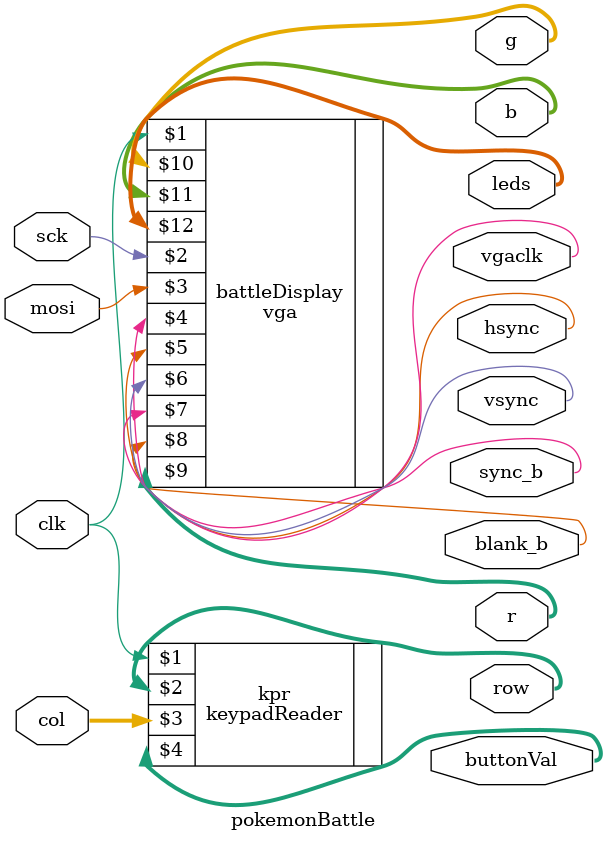
<source format=sv>
module pokemonBattle(input  logic       clk,
                     input  logic       sck, //jbai
                     input  logic       mosi, //jbai
                     output logic       vgaclk, // 25 MHz VGA clock
                     output logic       hsync, vsync, sync_b, blank_b, //jbai to monitor & DAC
                     output logic [7:0] r, g, b, // to video DAC
							output logic [3:0] row, // for keypad
							input  logic [3:0] col, // for keypad
							output logic [7:0] leds, // for debugging
							output logic [3:0] buttonVal); // for keypad

  vga battleDisplay(clk, sck, mosi, vgaclk, hsync, vsync, sync_b, blank_b, r, g, b, leds);
  
  keypadReader kpr(clk, row, col, buttonVal);

endmodule

</source>
